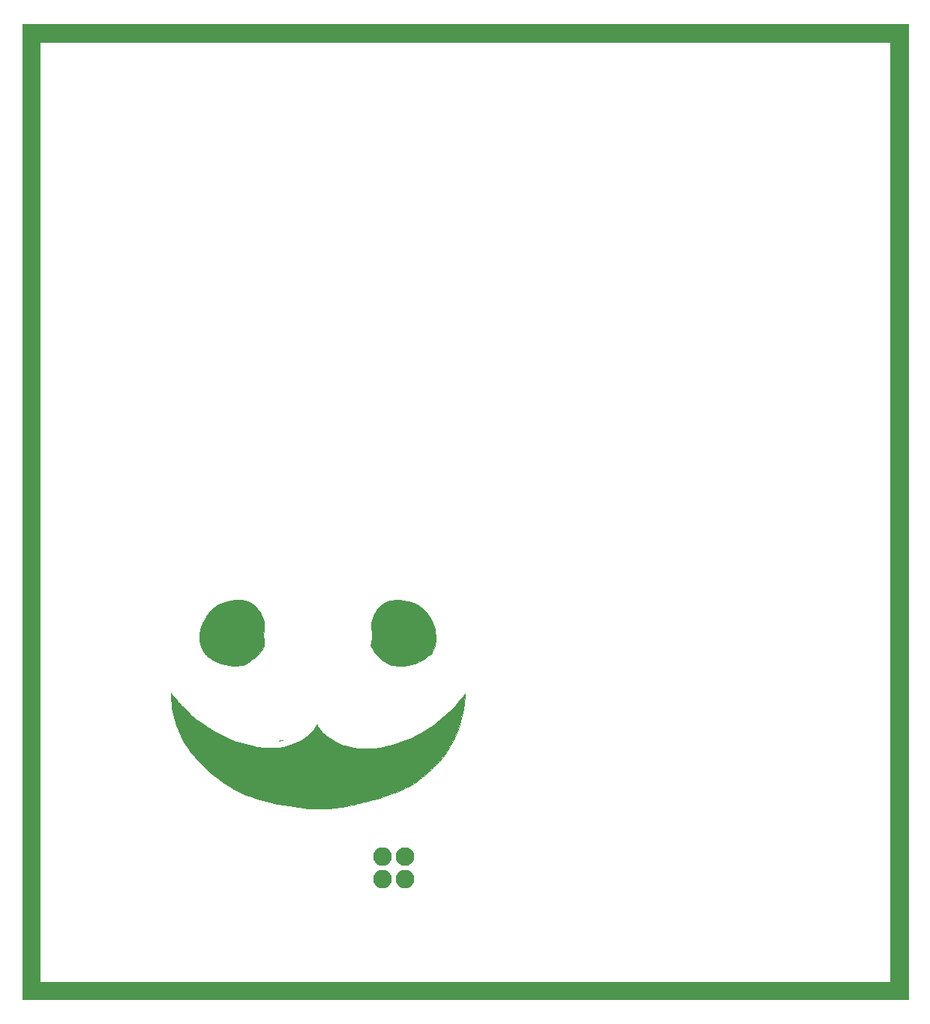
<source format=gts>
G04 #@! TF.FileFunction,Soldermask,Top*
%FSLAX46Y46*%
G04 Gerber Fmt 4.6, Leading zero omitted, Abs format (unit mm)*
G04 Created by KiCad (PCBNEW 4.0.7) date 06/27/18 23:59:29*
%MOMM*%
%LPD*%
G01*
G04 APERTURE LIST*
%ADD10C,0.100000*%
%ADD11C,0.010000*%
%ADD12C,2.100000*%
%ADD13O,2.100000X2.100000*%
G04 APERTURE END LIST*
D10*
D11*
G36*
X205041500Y-150516166D02*
X105029000Y-150516166D01*
X105029000Y-120492260D01*
X107022492Y-120492260D01*
X107022496Y-121725495D01*
X107022508Y-122938574D01*
X107022528Y-124130929D01*
X107022557Y-125301995D01*
X107022593Y-126451203D01*
X107022637Y-127577988D01*
X107022688Y-128681782D01*
X107022748Y-129762019D01*
X107022815Y-130818131D01*
X107022889Y-131849553D01*
X107022972Y-132855717D01*
X107023062Y-133836057D01*
X107023159Y-134790005D01*
X107023264Y-135716995D01*
X107023376Y-136616461D01*
X107023495Y-137487834D01*
X107023622Y-138330549D01*
X107023756Y-139144039D01*
X107023898Y-139927737D01*
X107024046Y-140681076D01*
X107024201Y-141403489D01*
X107024364Y-142094409D01*
X107024534Y-142753270D01*
X107024710Y-143379506D01*
X107024893Y-143972548D01*
X107025084Y-144531830D01*
X107025281Y-145056786D01*
X107025484Y-145546849D01*
X107025695Y-146001452D01*
X107025912Y-146420027D01*
X107026136Y-146802009D01*
X107026366Y-147146831D01*
X107026603Y-147453925D01*
X107026846Y-147722725D01*
X107027096Y-147952664D01*
X107027352Y-148143176D01*
X107027614Y-148293693D01*
X107027882Y-148403648D01*
X107028157Y-148472476D01*
X107028438Y-148499608D01*
X107028474Y-148500041D01*
X107036000Y-148501024D01*
X107058118Y-148501983D01*
X107095271Y-148502920D01*
X107147898Y-148503834D01*
X107216442Y-148504725D01*
X107301345Y-148505595D01*
X107403047Y-148506442D01*
X107521991Y-148507268D01*
X107658616Y-148508073D01*
X107813366Y-148508856D01*
X107986681Y-148509619D01*
X108179003Y-148510361D01*
X108390774Y-148511082D01*
X108622434Y-148511783D01*
X108874425Y-148512465D01*
X109147189Y-148513126D01*
X109441167Y-148513768D01*
X109756800Y-148514391D01*
X110094531Y-148514995D01*
X110454799Y-148515581D01*
X110838048Y-148516148D01*
X111244718Y-148516696D01*
X111675250Y-148517227D01*
X112130087Y-148517740D01*
X112609669Y-148518235D01*
X113114438Y-148518713D01*
X113644836Y-148519174D01*
X114201304Y-148519619D01*
X114784283Y-148520047D01*
X115394215Y-148520458D01*
X116031541Y-148520854D01*
X116696702Y-148521233D01*
X117390141Y-148521597D01*
X118112299Y-148521946D01*
X118863616Y-148522280D01*
X119644535Y-148522599D01*
X120455497Y-148522903D01*
X121296943Y-148523193D01*
X122169314Y-148523469D01*
X123073053Y-148523731D01*
X124008601Y-148523980D01*
X124976399Y-148524215D01*
X125976888Y-148524437D01*
X127010510Y-148524646D01*
X128077707Y-148524843D01*
X129178920Y-148525027D01*
X130314589Y-148525199D01*
X131485158Y-148525359D01*
X132691067Y-148525507D01*
X133932757Y-148525644D01*
X135210671Y-148525770D01*
X136525248Y-148525885D01*
X137876932Y-148525989D01*
X139266164Y-148526083D01*
X140693384Y-148526166D01*
X142159034Y-148526240D01*
X143663556Y-148526304D01*
X145207391Y-148526358D01*
X146790981Y-148526403D01*
X148414767Y-148526440D01*
X150079190Y-148526467D01*
X151784692Y-148526486D01*
X153531715Y-148526497D01*
X155034585Y-148526500D01*
X203030666Y-148526500D01*
X203030666Y-42502657D01*
X155029958Y-42507953D01*
X107029250Y-42513250D01*
X107023847Y-95493416D01*
X107023698Y-96992546D01*
X107023558Y-98481721D01*
X107023427Y-99960376D01*
X107023304Y-101427942D01*
X107023191Y-102883855D01*
X107023086Y-104327546D01*
X107022990Y-105758449D01*
X107022903Y-107175996D01*
X107022824Y-108579623D01*
X107022753Y-109968761D01*
X107022692Y-111342843D01*
X107022638Y-112701303D01*
X107022593Y-114043575D01*
X107022556Y-115369090D01*
X107022528Y-116677284D01*
X107022508Y-117967588D01*
X107022496Y-119239435D01*
X107022492Y-120492260D01*
X105029000Y-120492260D01*
X105029000Y-40513000D01*
X205041500Y-40513000D01*
X205041500Y-150516166D01*
X205041500Y-150516166D01*
G37*
X205041500Y-150516166D02*
X105029000Y-150516166D01*
X105029000Y-120492260D01*
X107022492Y-120492260D01*
X107022496Y-121725495D01*
X107022508Y-122938574D01*
X107022528Y-124130929D01*
X107022557Y-125301995D01*
X107022593Y-126451203D01*
X107022637Y-127577988D01*
X107022688Y-128681782D01*
X107022748Y-129762019D01*
X107022815Y-130818131D01*
X107022889Y-131849553D01*
X107022972Y-132855717D01*
X107023062Y-133836057D01*
X107023159Y-134790005D01*
X107023264Y-135716995D01*
X107023376Y-136616461D01*
X107023495Y-137487834D01*
X107023622Y-138330549D01*
X107023756Y-139144039D01*
X107023898Y-139927737D01*
X107024046Y-140681076D01*
X107024201Y-141403489D01*
X107024364Y-142094409D01*
X107024534Y-142753270D01*
X107024710Y-143379506D01*
X107024893Y-143972548D01*
X107025084Y-144531830D01*
X107025281Y-145056786D01*
X107025484Y-145546849D01*
X107025695Y-146001452D01*
X107025912Y-146420027D01*
X107026136Y-146802009D01*
X107026366Y-147146831D01*
X107026603Y-147453925D01*
X107026846Y-147722725D01*
X107027096Y-147952664D01*
X107027352Y-148143176D01*
X107027614Y-148293693D01*
X107027882Y-148403648D01*
X107028157Y-148472476D01*
X107028438Y-148499608D01*
X107028474Y-148500041D01*
X107036000Y-148501024D01*
X107058118Y-148501983D01*
X107095271Y-148502920D01*
X107147898Y-148503834D01*
X107216442Y-148504725D01*
X107301345Y-148505595D01*
X107403047Y-148506442D01*
X107521991Y-148507268D01*
X107658616Y-148508073D01*
X107813366Y-148508856D01*
X107986681Y-148509619D01*
X108179003Y-148510361D01*
X108390774Y-148511082D01*
X108622434Y-148511783D01*
X108874425Y-148512465D01*
X109147189Y-148513126D01*
X109441167Y-148513768D01*
X109756800Y-148514391D01*
X110094531Y-148514995D01*
X110454799Y-148515581D01*
X110838048Y-148516148D01*
X111244718Y-148516696D01*
X111675250Y-148517227D01*
X112130087Y-148517740D01*
X112609669Y-148518235D01*
X113114438Y-148518713D01*
X113644836Y-148519174D01*
X114201304Y-148519619D01*
X114784283Y-148520047D01*
X115394215Y-148520458D01*
X116031541Y-148520854D01*
X116696702Y-148521233D01*
X117390141Y-148521597D01*
X118112299Y-148521946D01*
X118863616Y-148522280D01*
X119644535Y-148522599D01*
X120455497Y-148522903D01*
X121296943Y-148523193D01*
X122169314Y-148523469D01*
X123073053Y-148523731D01*
X124008601Y-148523980D01*
X124976399Y-148524215D01*
X125976888Y-148524437D01*
X127010510Y-148524646D01*
X128077707Y-148524843D01*
X129178920Y-148525027D01*
X130314589Y-148525199D01*
X131485158Y-148525359D01*
X132691067Y-148525507D01*
X133932757Y-148525644D01*
X135210671Y-148525770D01*
X136525248Y-148525885D01*
X137876932Y-148525989D01*
X139266164Y-148526083D01*
X140693384Y-148526166D01*
X142159034Y-148526240D01*
X143663556Y-148526304D01*
X145207391Y-148526358D01*
X146790981Y-148526403D01*
X148414767Y-148526440D01*
X150079190Y-148526467D01*
X151784692Y-148526486D01*
X153531715Y-148526497D01*
X155034585Y-148526500D01*
X203030666Y-148526500D01*
X203030666Y-42502657D01*
X155029958Y-42507953D01*
X107029250Y-42513250D01*
X107023847Y-95493416D01*
X107023698Y-96992546D01*
X107023558Y-98481721D01*
X107023427Y-99960376D01*
X107023304Y-101427942D01*
X107023191Y-102883855D01*
X107023086Y-104327546D01*
X107022990Y-105758449D01*
X107022903Y-107175996D01*
X107022824Y-108579623D01*
X107022753Y-109968761D01*
X107022692Y-111342843D01*
X107022638Y-112701303D01*
X107022593Y-114043575D01*
X107022556Y-115369090D01*
X107022528Y-116677284D01*
X107022508Y-117967588D01*
X107022496Y-119239435D01*
X107022492Y-120492260D01*
X105029000Y-120492260D01*
X105029000Y-40513000D01*
X205041500Y-40513000D01*
X205041500Y-150516166D01*
G36*
X121836078Y-115927270D02*
X121866653Y-115964399D01*
X121890397Y-115997553D01*
X121938091Y-116063886D01*
X122007562Y-116156032D01*
X122093490Y-116267280D01*
X122190551Y-116390922D01*
X122293424Y-116520247D01*
X122396786Y-116648545D01*
X122495317Y-116769107D01*
X122583692Y-116875222D01*
X122625758Y-116924666D01*
X122709728Y-117018927D01*
X122819312Y-117136692D01*
X122949151Y-117272605D01*
X123093884Y-117421312D01*
X123248153Y-117577460D01*
X123406599Y-117735693D01*
X123563862Y-117890657D01*
X123714582Y-118036997D01*
X123853400Y-118169360D01*
X123974956Y-118282390D01*
X124068416Y-118365987D01*
X124658974Y-118855854D01*
X125268891Y-119316770D01*
X125895641Y-119747486D01*
X126536697Y-120146756D01*
X127189531Y-120513332D01*
X127851615Y-120845965D01*
X128520422Y-121143409D01*
X129193424Y-121404416D01*
X129868095Y-121627737D01*
X130541907Y-121812127D01*
X131212332Y-121956335D01*
X131413250Y-121991715D01*
X131628279Y-122026676D01*
X131816604Y-122054783D01*
X131987303Y-122076748D01*
X132149453Y-122093282D01*
X132312132Y-122105098D01*
X132484419Y-122112909D01*
X132675391Y-122117426D01*
X132894125Y-122119362D01*
X133043083Y-122119580D01*
X133267215Y-122118851D01*
X133455211Y-122116727D01*
X133613255Y-122112976D01*
X133747527Y-122107368D01*
X133864210Y-122099671D01*
X133969485Y-122089654D01*
X134026582Y-122082841D01*
X134555180Y-121997697D01*
X135056290Y-121880722D01*
X135530789Y-121731509D01*
X135979552Y-121549652D01*
X136403458Y-121334744D01*
X136803382Y-121086378D01*
X137180203Y-120804148D01*
X137534796Y-120487648D01*
X137594827Y-120428510D01*
X137795592Y-120216986D01*
X137960817Y-120018597D01*
X138093617Y-119829226D01*
X138197111Y-119644753D01*
X138212601Y-119612324D01*
X138243913Y-119548192D01*
X138268907Y-119502757D01*
X138281833Y-119486144D01*
X138295729Y-119503520D01*
X138323386Y-119549852D01*
X138359593Y-119616252D01*
X138371667Y-119639382D01*
X138474849Y-119812806D01*
X138610889Y-120000128D01*
X138774887Y-120196105D01*
X138961944Y-120395491D01*
X139167160Y-120593041D01*
X139385636Y-120783510D01*
X139594166Y-120948006D01*
X139988143Y-121217457D01*
X140408464Y-121455148D01*
X140855582Y-121661243D01*
X141329949Y-121835906D01*
X141832015Y-121979304D01*
X142362232Y-122091601D01*
X142921053Y-122172962D01*
X142959666Y-122177326D01*
X143071087Y-122186530D01*
X143216851Y-122193796D01*
X143389012Y-122199124D01*
X143579624Y-122202512D01*
X143780740Y-122203960D01*
X143984416Y-122203467D01*
X144182705Y-122201031D01*
X144367660Y-122196653D01*
X144531337Y-122190331D01*
X144665788Y-122182065D01*
X144716500Y-122177520D01*
X145445330Y-122082511D01*
X146163540Y-121947982D01*
X146872813Y-121773437D01*
X147574832Y-121558378D01*
X148271278Y-121302310D01*
X148963836Y-121004735D01*
X149401153Y-120794605D01*
X150108352Y-120418345D01*
X150790873Y-120009669D01*
X151447438Y-119569647D01*
X152076769Y-119099349D01*
X152677587Y-118599844D01*
X153248615Y-118072200D01*
X153788575Y-117517488D01*
X154296187Y-116936776D01*
X154770175Y-116331133D01*
X154823943Y-116257916D01*
X155009199Y-116003916D01*
X154994740Y-116247333D01*
X154932315Y-116998674D01*
X154835569Y-117725590D01*
X154704188Y-118428874D01*
X154537855Y-119109317D01*
X154336256Y-119767711D01*
X154099073Y-120404847D01*
X153825992Y-121021516D01*
X153516696Y-121618511D01*
X153170870Y-122196623D01*
X152788198Y-122756644D01*
X152368364Y-123299364D01*
X152019350Y-123706213D01*
X151765689Y-123978989D01*
X151482390Y-124265207D01*
X151177014Y-124558105D01*
X150857124Y-124850923D01*
X150530283Y-125136899D01*
X150204053Y-125409271D01*
X149885997Y-125661278D01*
X149583677Y-125886159D01*
X149570920Y-125895279D01*
X149263438Y-126102553D01*
X148922734Y-126310224D01*
X148557595Y-126513444D01*
X148176806Y-126707366D01*
X147789154Y-126887143D01*
X147711583Y-126920971D01*
X147345935Y-127072296D01*
X146944398Y-127226772D01*
X146513113Y-127382467D01*
X146058219Y-127537449D01*
X145585853Y-127689785D01*
X145102156Y-127837543D01*
X144613267Y-127978791D01*
X144125324Y-128111596D01*
X143644466Y-128234026D01*
X143224250Y-128333421D01*
X143047160Y-128374017D01*
X142847496Y-128420351D01*
X142641208Y-128468683D01*
X142444247Y-128515278D01*
X142272564Y-128556397D01*
X142271750Y-128556594D01*
X141599840Y-128704936D01*
X140941144Y-128821307D01*
X140287585Y-128906455D01*
X139631087Y-128961131D01*
X138963575Y-128986084D01*
X138276972Y-128982065D01*
X137858500Y-128966352D01*
X137354369Y-128934582D01*
X136819154Y-128887296D01*
X136260676Y-128825658D01*
X135686760Y-128750832D01*
X135105229Y-128663981D01*
X134523906Y-128566269D01*
X133950615Y-128458861D01*
X133393180Y-128342920D01*
X132891803Y-128227477D01*
X132208425Y-128050256D01*
X131551324Y-127856121D01*
X130923435Y-127646110D01*
X130327692Y-127421258D01*
X129767029Y-127182602D01*
X129296583Y-126957742D01*
X128771512Y-126675024D01*
X128240518Y-126355817D01*
X127708376Y-126004136D01*
X127179860Y-125623992D01*
X126659742Y-125219398D01*
X126152798Y-124794367D01*
X125663800Y-124352913D01*
X125197522Y-123899047D01*
X124758739Y-123436783D01*
X124352223Y-122970134D01*
X123982748Y-122503111D01*
X123958264Y-122470333D01*
X123567993Y-121913783D01*
X123218717Y-121347861D01*
X122909823Y-120771004D01*
X122640698Y-120181647D01*
X122410729Y-119578225D01*
X122219304Y-118959174D01*
X122065810Y-118322929D01*
X121949634Y-117667927D01*
X121889123Y-117187371D01*
X121880313Y-117093795D01*
X121870988Y-116977408D01*
X121861483Y-116844396D01*
X121852131Y-116700942D01*
X121843266Y-116553230D01*
X121835220Y-116407445D01*
X121828327Y-116269770D01*
X121822921Y-116146392D01*
X121819335Y-116043492D01*
X121817903Y-115967257D01*
X121818958Y-115923870D01*
X121820587Y-115916356D01*
X121836078Y-115927270D01*
X121836078Y-115927270D01*
G37*
X121836078Y-115927270D02*
X121866653Y-115964399D01*
X121890397Y-115997553D01*
X121938091Y-116063886D01*
X122007562Y-116156032D01*
X122093490Y-116267280D01*
X122190551Y-116390922D01*
X122293424Y-116520247D01*
X122396786Y-116648545D01*
X122495317Y-116769107D01*
X122583692Y-116875222D01*
X122625758Y-116924666D01*
X122709728Y-117018927D01*
X122819312Y-117136692D01*
X122949151Y-117272605D01*
X123093884Y-117421312D01*
X123248153Y-117577460D01*
X123406599Y-117735693D01*
X123563862Y-117890657D01*
X123714582Y-118036997D01*
X123853400Y-118169360D01*
X123974956Y-118282390D01*
X124068416Y-118365987D01*
X124658974Y-118855854D01*
X125268891Y-119316770D01*
X125895641Y-119747486D01*
X126536697Y-120146756D01*
X127189531Y-120513332D01*
X127851615Y-120845965D01*
X128520422Y-121143409D01*
X129193424Y-121404416D01*
X129868095Y-121627737D01*
X130541907Y-121812127D01*
X131212332Y-121956335D01*
X131413250Y-121991715D01*
X131628279Y-122026676D01*
X131816604Y-122054783D01*
X131987303Y-122076748D01*
X132149453Y-122093282D01*
X132312132Y-122105098D01*
X132484419Y-122112909D01*
X132675391Y-122117426D01*
X132894125Y-122119362D01*
X133043083Y-122119580D01*
X133267215Y-122118851D01*
X133455211Y-122116727D01*
X133613255Y-122112976D01*
X133747527Y-122107368D01*
X133864210Y-122099671D01*
X133969485Y-122089654D01*
X134026582Y-122082841D01*
X134555180Y-121997697D01*
X135056290Y-121880722D01*
X135530789Y-121731509D01*
X135979552Y-121549652D01*
X136403458Y-121334744D01*
X136803382Y-121086378D01*
X137180203Y-120804148D01*
X137534796Y-120487648D01*
X137594827Y-120428510D01*
X137795592Y-120216986D01*
X137960817Y-120018597D01*
X138093617Y-119829226D01*
X138197111Y-119644753D01*
X138212601Y-119612324D01*
X138243913Y-119548192D01*
X138268907Y-119502757D01*
X138281833Y-119486144D01*
X138295729Y-119503520D01*
X138323386Y-119549852D01*
X138359593Y-119616252D01*
X138371667Y-119639382D01*
X138474849Y-119812806D01*
X138610889Y-120000128D01*
X138774887Y-120196105D01*
X138961944Y-120395491D01*
X139167160Y-120593041D01*
X139385636Y-120783510D01*
X139594166Y-120948006D01*
X139988143Y-121217457D01*
X140408464Y-121455148D01*
X140855582Y-121661243D01*
X141329949Y-121835906D01*
X141832015Y-121979304D01*
X142362232Y-122091601D01*
X142921053Y-122172962D01*
X142959666Y-122177326D01*
X143071087Y-122186530D01*
X143216851Y-122193796D01*
X143389012Y-122199124D01*
X143579624Y-122202512D01*
X143780740Y-122203960D01*
X143984416Y-122203467D01*
X144182705Y-122201031D01*
X144367660Y-122196653D01*
X144531337Y-122190331D01*
X144665788Y-122182065D01*
X144716500Y-122177520D01*
X145445330Y-122082511D01*
X146163540Y-121947982D01*
X146872813Y-121773437D01*
X147574832Y-121558378D01*
X148271278Y-121302310D01*
X148963836Y-121004735D01*
X149401153Y-120794605D01*
X150108352Y-120418345D01*
X150790873Y-120009669D01*
X151447438Y-119569647D01*
X152076769Y-119099349D01*
X152677587Y-118599844D01*
X153248615Y-118072200D01*
X153788575Y-117517488D01*
X154296187Y-116936776D01*
X154770175Y-116331133D01*
X154823943Y-116257916D01*
X155009199Y-116003916D01*
X154994740Y-116247333D01*
X154932315Y-116998674D01*
X154835569Y-117725590D01*
X154704188Y-118428874D01*
X154537855Y-119109317D01*
X154336256Y-119767711D01*
X154099073Y-120404847D01*
X153825992Y-121021516D01*
X153516696Y-121618511D01*
X153170870Y-122196623D01*
X152788198Y-122756644D01*
X152368364Y-123299364D01*
X152019350Y-123706213D01*
X151765689Y-123978989D01*
X151482390Y-124265207D01*
X151177014Y-124558105D01*
X150857124Y-124850923D01*
X150530283Y-125136899D01*
X150204053Y-125409271D01*
X149885997Y-125661278D01*
X149583677Y-125886159D01*
X149570920Y-125895279D01*
X149263438Y-126102553D01*
X148922734Y-126310224D01*
X148557595Y-126513444D01*
X148176806Y-126707366D01*
X147789154Y-126887143D01*
X147711583Y-126920971D01*
X147345935Y-127072296D01*
X146944398Y-127226772D01*
X146513113Y-127382467D01*
X146058219Y-127537449D01*
X145585853Y-127689785D01*
X145102156Y-127837543D01*
X144613267Y-127978791D01*
X144125324Y-128111596D01*
X143644466Y-128234026D01*
X143224250Y-128333421D01*
X143047160Y-128374017D01*
X142847496Y-128420351D01*
X142641208Y-128468683D01*
X142444247Y-128515278D01*
X142272564Y-128556397D01*
X142271750Y-128556594D01*
X141599840Y-128704936D01*
X140941144Y-128821307D01*
X140287585Y-128906455D01*
X139631087Y-128961131D01*
X138963575Y-128986084D01*
X138276972Y-128982065D01*
X137858500Y-128966352D01*
X137354369Y-128934582D01*
X136819154Y-128887296D01*
X136260676Y-128825658D01*
X135686760Y-128750832D01*
X135105229Y-128663981D01*
X134523906Y-128566269D01*
X133950615Y-128458861D01*
X133393180Y-128342920D01*
X132891803Y-128227477D01*
X132208425Y-128050256D01*
X131551324Y-127856121D01*
X130923435Y-127646110D01*
X130327692Y-127421258D01*
X129767029Y-127182602D01*
X129296583Y-126957742D01*
X128771512Y-126675024D01*
X128240518Y-126355817D01*
X127708376Y-126004136D01*
X127179860Y-125623992D01*
X126659742Y-125219398D01*
X126152798Y-124794367D01*
X125663800Y-124352913D01*
X125197522Y-123899047D01*
X124758739Y-123436783D01*
X124352223Y-122970134D01*
X123982748Y-122503111D01*
X123958264Y-122470333D01*
X123567993Y-121913783D01*
X123218717Y-121347861D01*
X122909823Y-120771004D01*
X122640698Y-120181647D01*
X122410729Y-119578225D01*
X122219304Y-118959174D01*
X122065810Y-118322929D01*
X121949634Y-117667927D01*
X121889123Y-117187371D01*
X121880313Y-117093795D01*
X121870988Y-116977408D01*
X121861483Y-116844396D01*
X121852131Y-116700942D01*
X121843266Y-116553230D01*
X121835220Y-116407445D01*
X121828327Y-116269770D01*
X121822921Y-116146392D01*
X121819335Y-116043492D01*
X121817903Y-115967257D01*
X121818958Y-115923870D01*
X121820587Y-115916356D01*
X121836078Y-115927270D01*
G36*
X134085100Y-121314545D02*
X134078787Y-121324165D01*
X134057319Y-121325662D01*
X134034733Y-121320492D01*
X134044531Y-121312874D01*
X134077612Y-121310350D01*
X134085100Y-121314545D01*
X134085100Y-121314545D01*
G37*
X134085100Y-121314545D02*
X134078787Y-121324165D01*
X134057319Y-121325662D01*
X134034733Y-121320492D01*
X134044531Y-121312874D01*
X134077612Y-121310350D01*
X134085100Y-121314545D01*
G36*
X134201958Y-121292148D02*
X134204617Y-121299874D01*
X134175500Y-121302824D01*
X134145451Y-121299498D01*
X134149041Y-121292148D01*
X134192377Y-121289352D01*
X134201958Y-121292148D01*
X134201958Y-121292148D01*
G37*
X134201958Y-121292148D02*
X134204617Y-121299874D01*
X134175500Y-121302824D01*
X134145451Y-121299498D01*
X134149041Y-121292148D01*
X134192377Y-121289352D01*
X134201958Y-121292148D01*
G36*
X134328958Y-121270981D02*
X134331617Y-121278707D01*
X134302500Y-121281657D01*
X134272451Y-121278331D01*
X134276041Y-121270981D01*
X134319377Y-121268186D01*
X134328958Y-121270981D01*
X134328958Y-121270981D01*
G37*
X134328958Y-121270981D02*
X134331617Y-121278707D01*
X134302500Y-121281657D01*
X134272451Y-121278331D01*
X134276041Y-121270981D01*
X134319377Y-121268186D01*
X134328958Y-121270981D01*
G36*
X134444934Y-121251045D02*
X134438621Y-121260665D01*
X134417152Y-121262162D01*
X134394567Y-121256992D01*
X134404364Y-121249374D01*
X134437445Y-121246850D01*
X134444934Y-121251045D01*
X134444934Y-121251045D01*
G37*
X134444934Y-121251045D02*
X134438621Y-121260665D01*
X134417152Y-121262162D01*
X134394567Y-121256992D01*
X134404364Y-121249374D01*
X134437445Y-121246850D01*
X134444934Y-121251045D01*
G36*
X129756580Y-105473605D02*
X130101529Y-105524060D01*
X130424332Y-105608998D01*
X130724416Y-105728319D01*
X131001211Y-105881920D01*
X131254143Y-106069699D01*
X131482641Y-106291555D01*
X131602196Y-106433814D01*
X131796926Y-106711473D01*
X131968502Y-107013452D01*
X132113259Y-107331177D01*
X132227531Y-107656075D01*
X132307651Y-107979573D01*
X132335056Y-108147838D01*
X132344260Y-108230007D01*
X132348367Y-108306575D01*
X132347077Y-108388401D01*
X132340091Y-108486344D01*
X132327108Y-108611261D01*
X132320733Y-108666422D01*
X132303686Y-108841138D01*
X132291079Y-109032468D01*
X132282901Y-109232915D01*
X132279141Y-109434981D01*
X132279788Y-109631169D01*
X132284833Y-109813983D01*
X132294265Y-109975924D01*
X132308072Y-110109496D01*
X132322899Y-110193666D01*
X132350233Y-110323821D01*
X132362691Y-110426537D01*
X132359199Y-110514394D01*
X132338682Y-110599973D01*
X132300067Y-110695854D01*
X132275609Y-110747544D01*
X132143221Y-110988333D01*
X131982371Y-111223730D01*
X131790981Y-111455823D01*
X131566978Y-111686699D01*
X131308286Y-111918444D01*
X131012831Y-112153144D01*
X130678536Y-112392886D01*
X130558430Y-112474071D01*
X130443162Y-112549752D01*
X130335034Y-112618574D01*
X130240663Y-112676494D01*
X130166664Y-112719468D01*
X130119654Y-112743455D01*
X130113930Y-112745668D01*
X130036015Y-112766347D01*
X129925542Y-112787462D01*
X129792252Y-112807712D01*
X129645882Y-112825799D01*
X129496174Y-112840423D01*
X129352867Y-112850284D01*
X129317750Y-112851911D01*
X129211878Y-112856403D01*
X129115891Y-112860754D01*
X129040916Y-112864445D01*
X129000250Y-112866794D01*
X128946249Y-112868375D01*
X128867711Y-112868097D01*
X128788583Y-112866226D01*
X128350265Y-112830718D01*
X127921297Y-112754290D01*
X127501356Y-112636816D01*
X127090120Y-112478172D01*
X126687266Y-112278231D01*
X126292471Y-112036867D01*
X125905412Y-111753955D01*
X125877314Y-111731562D01*
X125783293Y-111654831D01*
X125713773Y-111592923D01*
X125659407Y-111535238D01*
X125610849Y-111471172D01*
X125558750Y-111390127D01*
X125521036Y-111327483D01*
X125353194Y-111010709D01*
X125223426Y-110687290D01*
X125131588Y-110355361D01*
X125077540Y-110013055D01*
X125061138Y-109658508D01*
X125082241Y-109289852D01*
X125140707Y-108905224D01*
X125236393Y-108502757D01*
X125291545Y-108315369D01*
X125323769Y-108214296D01*
X125353445Y-108129699D01*
X125384676Y-108053128D01*
X125421560Y-107976133D01*
X125468197Y-107890262D01*
X125528688Y-107787064D01*
X125607133Y-107658090D01*
X125622853Y-107632500D01*
X125777066Y-107384735D01*
X125915157Y-107170306D01*
X126040596Y-106985019D01*
X126156851Y-106824680D01*
X126267390Y-106685098D01*
X126375682Y-106562077D01*
X126485194Y-106451426D01*
X126599396Y-106348952D01*
X126721756Y-106250460D01*
X126835964Y-106165882D01*
X127098502Y-106001210D01*
X127394741Y-105859293D01*
X127719666Y-105742160D01*
X128166765Y-105618666D01*
X128594577Y-105530165D01*
X129002532Y-105476556D01*
X129390057Y-105457737D01*
X129756580Y-105473605D01*
X129756580Y-105473605D01*
G37*
X129756580Y-105473605D02*
X130101529Y-105524060D01*
X130424332Y-105608998D01*
X130724416Y-105728319D01*
X131001211Y-105881920D01*
X131254143Y-106069699D01*
X131482641Y-106291555D01*
X131602196Y-106433814D01*
X131796926Y-106711473D01*
X131968502Y-107013452D01*
X132113259Y-107331177D01*
X132227531Y-107656075D01*
X132307651Y-107979573D01*
X132335056Y-108147838D01*
X132344260Y-108230007D01*
X132348367Y-108306575D01*
X132347077Y-108388401D01*
X132340091Y-108486344D01*
X132327108Y-108611261D01*
X132320733Y-108666422D01*
X132303686Y-108841138D01*
X132291079Y-109032468D01*
X132282901Y-109232915D01*
X132279141Y-109434981D01*
X132279788Y-109631169D01*
X132284833Y-109813983D01*
X132294265Y-109975924D01*
X132308072Y-110109496D01*
X132322899Y-110193666D01*
X132350233Y-110323821D01*
X132362691Y-110426537D01*
X132359199Y-110514394D01*
X132338682Y-110599973D01*
X132300067Y-110695854D01*
X132275609Y-110747544D01*
X132143221Y-110988333D01*
X131982371Y-111223730D01*
X131790981Y-111455823D01*
X131566978Y-111686699D01*
X131308286Y-111918444D01*
X131012831Y-112153144D01*
X130678536Y-112392886D01*
X130558430Y-112474071D01*
X130443162Y-112549752D01*
X130335034Y-112618574D01*
X130240663Y-112676494D01*
X130166664Y-112719468D01*
X130119654Y-112743455D01*
X130113930Y-112745668D01*
X130036015Y-112766347D01*
X129925542Y-112787462D01*
X129792252Y-112807712D01*
X129645882Y-112825799D01*
X129496174Y-112840423D01*
X129352867Y-112850284D01*
X129317750Y-112851911D01*
X129211878Y-112856403D01*
X129115891Y-112860754D01*
X129040916Y-112864445D01*
X129000250Y-112866794D01*
X128946249Y-112868375D01*
X128867711Y-112868097D01*
X128788583Y-112866226D01*
X128350265Y-112830718D01*
X127921297Y-112754290D01*
X127501356Y-112636816D01*
X127090120Y-112478172D01*
X126687266Y-112278231D01*
X126292471Y-112036867D01*
X125905412Y-111753955D01*
X125877314Y-111731562D01*
X125783293Y-111654831D01*
X125713773Y-111592923D01*
X125659407Y-111535238D01*
X125610849Y-111471172D01*
X125558750Y-111390127D01*
X125521036Y-111327483D01*
X125353194Y-111010709D01*
X125223426Y-110687290D01*
X125131588Y-110355361D01*
X125077540Y-110013055D01*
X125061138Y-109658508D01*
X125082241Y-109289852D01*
X125140707Y-108905224D01*
X125236393Y-108502757D01*
X125291545Y-108315369D01*
X125323769Y-108214296D01*
X125353445Y-108129699D01*
X125384676Y-108053128D01*
X125421560Y-107976133D01*
X125468197Y-107890262D01*
X125528688Y-107787064D01*
X125607133Y-107658090D01*
X125622853Y-107632500D01*
X125777066Y-107384735D01*
X125915157Y-107170306D01*
X126040596Y-106985019D01*
X126156851Y-106824680D01*
X126267390Y-106685098D01*
X126375682Y-106562077D01*
X126485194Y-106451426D01*
X126599396Y-106348952D01*
X126721756Y-106250460D01*
X126835964Y-106165882D01*
X127098502Y-106001210D01*
X127394741Y-105859293D01*
X127719666Y-105742160D01*
X128166765Y-105618666D01*
X128594577Y-105530165D01*
X129002532Y-105476556D01*
X129390057Y-105457737D01*
X129756580Y-105473605D01*
G36*
X147581282Y-105465886D02*
X147751159Y-105472784D01*
X147897208Y-105484769D01*
X147944416Y-105490717D01*
X148193710Y-105531555D01*
X148448945Y-105583223D01*
X148701929Y-105643488D01*
X148944467Y-105710117D01*
X149168366Y-105780877D01*
X149365432Y-105853535D01*
X149510750Y-105917565D01*
X149705264Y-106019181D01*
X149883973Y-106127577D01*
X150050536Y-106246538D01*
X150208615Y-106379845D01*
X150361870Y-106531283D01*
X150513963Y-106704634D01*
X150668553Y-106903683D01*
X150829302Y-107132212D01*
X150999871Y-107394005D01*
X151108680Y-107569000D01*
X151260663Y-107848337D01*
X151393071Y-108155073D01*
X151504345Y-108481686D01*
X151592925Y-108820656D01*
X151657251Y-109164462D01*
X151695766Y-109505584D01*
X151706908Y-109836501D01*
X151689120Y-110149692D01*
X151671306Y-110282561D01*
X151609599Y-110574325D01*
X151520593Y-110862443D01*
X151408940Y-111133228D01*
X151329968Y-111287148D01*
X151263700Y-111382122D01*
X151164660Y-111491983D01*
X151037926Y-111612660D01*
X150888575Y-111740078D01*
X150721686Y-111870165D01*
X150542337Y-111998847D01*
X150355604Y-112122052D01*
X150166567Y-112235706D01*
X150103416Y-112271040D01*
X149721103Y-112462053D01*
X149338918Y-112614572D01*
X148951773Y-112729755D01*
X148554582Y-112808754D01*
X148142256Y-112852726D01*
X147709708Y-112862825D01*
X147521083Y-112857257D01*
X147310221Y-112844157D01*
X147103757Y-112824173D01*
X146907905Y-112798377D01*
X146728876Y-112767844D01*
X146572880Y-112733645D01*
X146446132Y-112696856D01*
X146354841Y-112658550D01*
X146347460Y-112654423D01*
X146296244Y-112622639D01*
X146219547Y-112572330D01*
X146126377Y-112509522D01*
X146025739Y-112440242D01*
X145987627Y-112413623D01*
X145654999Y-112168664D01*
X145362607Y-111928211D01*
X145108821Y-111690477D01*
X144892012Y-111453676D01*
X144710553Y-111216024D01*
X144562815Y-110975734D01*
X144447169Y-110731021D01*
X144442466Y-110719307D01*
X144408557Y-110632501D01*
X144388670Y-110569488D01*
X144381959Y-110516042D01*
X144387579Y-110457932D01*
X144404682Y-110380932D01*
X144418978Y-110324193D01*
X144460671Y-110118884D01*
X144487582Y-109888335D01*
X144499766Y-109629620D01*
X144497276Y-109339808D01*
X144480169Y-109015973D01*
X144449973Y-108669666D01*
X144436486Y-108532841D01*
X144427667Y-108428175D01*
X144423486Y-108345753D01*
X144423913Y-108275664D01*
X144428918Y-108207994D01*
X144438472Y-108132828D01*
X144448161Y-108068433D01*
X144499810Y-107821092D01*
X144579005Y-107556870D01*
X144681363Y-107286681D01*
X144802500Y-107021437D01*
X144938032Y-106772053D01*
X145023607Y-106635822D01*
X145227452Y-106364911D01*
X145454942Y-106129102D01*
X145706154Y-105928345D01*
X145981164Y-105762589D01*
X146280051Y-105631785D01*
X146602890Y-105535882D01*
X146759083Y-105503541D01*
X146883266Y-105486787D01*
X147038567Y-105474525D01*
X147213997Y-105466875D01*
X147398564Y-105463956D01*
X147581282Y-105465886D01*
X147581282Y-105465886D01*
G37*
X147581282Y-105465886D02*
X147751159Y-105472784D01*
X147897208Y-105484769D01*
X147944416Y-105490717D01*
X148193710Y-105531555D01*
X148448945Y-105583223D01*
X148701929Y-105643488D01*
X148944467Y-105710117D01*
X149168366Y-105780877D01*
X149365432Y-105853535D01*
X149510750Y-105917565D01*
X149705264Y-106019181D01*
X149883973Y-106127577D01*
X150050536Y-106246538D01*
X150208615Y-106379845D01*
X150361870Y-106531283D01*
X150513963Y-106704634D01*
X150668553Y-106903683D01*
X150829302Y-107132212D01*
X150999871Y-107394005D01*
X151108680Y-107569000D01*
X151260663Y-107848337D01*
X151393071Y-108155073D01*
X151504345Y-108481686D01*
X151592925Y-108820656D01*
X151657251Y-109164462D01*
X151695766Y-109505584D01*
X151706908Y-109836501D01*
X151689120Y-110149692D01*
X151671306Y-110282561D01*
X151609599Y-110574325D01*
X151520593Y-110862443D01*
X151408940Y-111133228D01*
X151329968Y-111287148D01*
X151263700Y-111382122D01*
X151164660Y-111491983D01*
X151037926Y-111612660D01*
X150888575Y-111740078D01*
X150721686Y-111870165D01*
X150542337Y-111998847D01*
X150355604Y-112122052D01*
X150166567Y-112235706D01*
X150103416Y-112271040D01*
X149721103Y-112462053D01*
X149338918Y-112614572D01*
X148951773Y-112729755D01*
X148554582Y-112808754D01*
X148142256Y-112852726D01*
X147709708Y-112862825D01*
X147521083Y-112857257D01*
X147310221Y-112844157D01*
X147103757Y-112824173D01*
X146907905Y-112798377D01*
X146728876Y-112767844D01*
X146572880Y-112733645D01*
X146446132Y-112696856D01*
X146354841Y-112658550D01*
X146347460Y-112654423D01*
X146296244Y-112622639D01*
X146219547Y-112572330D01*
X146126377Y-112509522D01*
X146025739Y-112440242D01*
X145987627Y-112413623D01*
X145654999Y-112168664D01*
X145362607Y-111928211D01*
X145108821Y-111690477D01*
X144892012Y-111453676D01*
X144710553Y-111216024D01*
X144562815Y-110975734D01*
X144447169Y-110731021D01*
X144442466Y-110719307D01*
X144408557Y-110632501D01*
X144388670Y-110569488D01*
X144381959Y-110516042D01*
X144387579Y-110457932D01*
X144404682Y-110380932D01*
X144418978Y-110324193D01*
X144460671Y-110118884D01*
X144487582Y-109888335D01*
X144499766Y-109629620D01*
X144497276Y-109339808D01*
X144480169Y-109015973D01*
X144449973Y-108669666D01*
X144436486Y-108532841D01*
X144427667Y-108428175D01*
X144423486Y-108345753D01*
X144423913Y-108275664D01*
X144428918Y-108207994D01*
X144438472Y-108132828D01*
X144448161Y-108068433D01*
X144499810Y-107821092D01*
X144579005Y-107556870D01*
X144681363Y-107286681D01*
X144802500Y-107021437D01*
X144938032Y-106772053D01*
X145023607Y-106635822D01*
X145227452Y-106364911D01*
X145454942Y-106129102D01*
X145706154Y-105928345D01*
X145981164Y-105762589D01*
X146280051Y-105631785D01*
X146602890Y-105535882D01*
X146759083Y-105503541D01*
X146883266Y-105486787D01*
X147038567Y-105474525D01*
X147213997Y-105466875D01*
X147398564Y-105463956D01*
X147581282Y-105465886D01*
D12*
X148272500Y-134429500D03*
D13*
X148272500Y-136969500D03*
X145732500Y-134429500D03*
X145732500Y-136969500D03*
M02*

</source>
